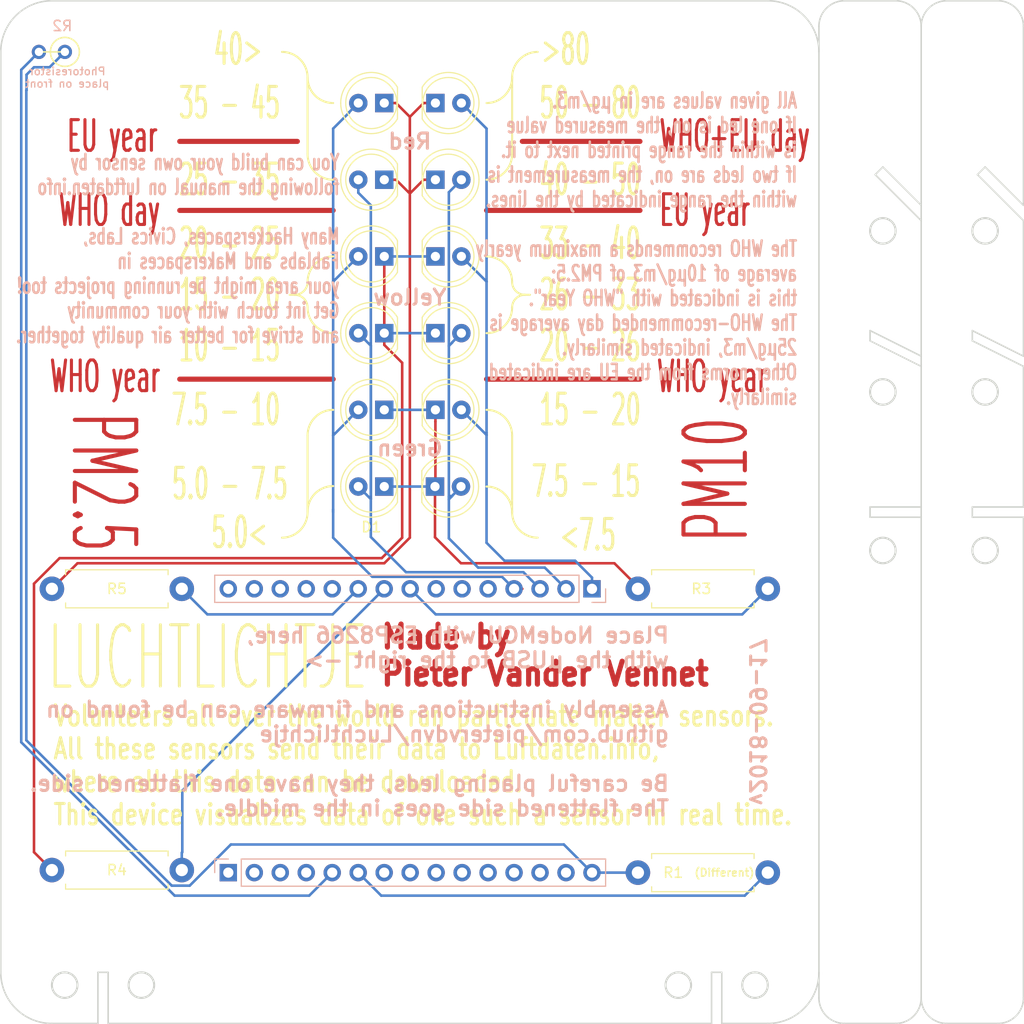
<source format=kicad_pcb>
(kicad_pcb (version 20221018) (generator pcbnew)
  (title_block (title "Luchtlichtje") (date "2018-05-15") (rev "0.1") (company "Pieter Vander Vennet"))
  (layers (0 "F.Cu" signal) (31 "B.Cu" signal) (34 "B.Paste" user) (35 "F.Paste" user) (36 "B.SilkS" user "B.Silkscreen") (37 "F.SilkS" user "F.Silkscreen") (38 "B.Mask" user) (39 "F.Mask" user) (44 "Edge.Cuts" user))
  (net 0 "")
  (net 1 "Net-(D1-Pad1)")
  (net 2 "/Arr1_High")
  (net 3 "/Arr1_Low")
  (net 4 "/Arr2_High")
  (net 5 "/Arr2_Low")
  (net 6 "Net-(D10-Pad1)")
  (net 7 "Net-(D11-Pad1)")
  (net 8 "Net-(ESP_D1-Pad5)")
  (net 9 "/3V")
  (net 10 "/GND")
  (net 11 "/Green_Control")
  (net 12 "/Yellow_Control")
  (net 13 "/Red_Control")
  (net 14 "Net-(ESP_D1-Pad11)")
  (net 15 "Net-(ESP_D1-Pad12)")
  (net 16 "Net-(ESP_D1-Pad13)")
  (net 17 "Net-(ESP_D1-Pad14)")
  (net 18 "Net-(ESP_D1-Pad15)")
  (net 19 "Net-(ESP_D2-Pad1)")
  (net 20 "Net-(ESP_D2-Pad2)")
  (net 21 "Net-(ESP_D2-Pad3)")
  (net 22 "Net-(ESP_D2-Pad4)")
  (net 23 "Net-(ESP_D2-Pad7)")
  (net 24 "Net-(ESP_D2-Pad8)")
  (net 25 "Net-(ESP_D2-Pad9)")
  (net 26 "Net-(ESP_D2-Pad10)")
  (net 27 "Net-(ESP_D2-Pad11)")
  (net 28 "Net-(ESP_D2-Pad12)")
  (net 29 "Net-(ESP_D2-Pad13)")
  (net 30 "Net-(ESP_D2-Pad14)")
  (net 31 "/Brightness_Input")
  (net 32 "Net-(ESP_D1-Pad6)")
  (net 33 "Net-(ESP_D1-Pad7)")
  (footprint "LEDs:LED_D5.0mm" (layer "F.Cu") (at 85 90 180)
    (fp_text reference "D2" hide)
    (fp_text value "GREEN")
    (fp_line (start -1.29 -1.545) (end -1.29 1.545) (stroke (width 0.12)) (layer "F.SilkS"))
    (fp_arc (start -1.29 -1.54483) (mid 2.072002 -2.880433) (end 4.26 0.000462) (stroke (width 0.12)) (layer "F.SilkS"))
    (fp_arc (start 4.26 -0.000462) (mid 2.072002 2.880433) (end -1.29 1.54483) (stroke (width 0.12)) (layer "F.SilkS"))
    (fp_circle (center 1.27 0) (end 3.77 0) (stroke (width 0.12)) (fill none) (layer "F.SilkS"))
    (pad "1" thru_hole rect (at 0 0 180) (size 1.8 1.8) (drill 0.9) (layers "*.Cu" "*.Mask") (net 1 "Net-(D1-Pad1)"))
    (pad "2" thru_hole circle (at 2.54 0 180) (size 1.8 1.8) (drill 0.9) (layers "*.Cu" "*.Mask") (net 3 "/Arr1_Low"))
  )
  (footprint "LEDs:LED_D5.0mm" (layer "F.Cu") (at 85 82.5 180)
    (fp_text reference "D3" hide)
    (fp_text value "YELLOW")
    (fp_line (start -1.29 -1.545) (end -1.29 1.545) (stroke (width 0.12)) (layer "F.SilkS"))
    (fp_arc (start -1.29 -1.54483) (mid 2.072002 -2.880433) (end 4.26 0.000462) (stroke (width 0.12)) (layer "F.SilkS"))
    (fp_arc (start 4.26 -0.000462) (mid 2.072002 2.880433) (end -1.29 1.54483) (stroke (width 0.12)) (layer "F.SilkS"))
    (fp_circle (center 1.27 0) (end 3.77 0) (stroke (width 0.12)) (fill none) (layer "F.SilkS"))
    (pad "1" thru_hole rect (at 0 0 180) (size 1.8 1.8) (drill 0.9) (layers "*.Cu" "*.Mask") (net 6 "Net-(D10-Pad1)"))
    (pad "2" thru_hole circle (at 2.54 0 180) (size 1.8 1.8) (drill 0.9) (layers "*.Cu" "*.Mask") (net 2 "/Arr1_High"))
  )
  (footprint "LEDs:LED_D5.0mm" (layer "F.Cu") (at 85 75 180)
    (fp_text reference "D4" hide)
    (fp_text value "YELLOW")
    (fp_line (start -1.29 -1.545) (end -1.29 1.545) (stroke (width 0.12)) (layer "F.SilkS"))
    (fp_arc (start -1.29 -1.54483) (mid 2.072002 -2.880433) (end 4.26 0.000462) (stroke (width 0.12)) (layer "F.SilkS"))
    (fp_arc (start 4.26 -0.000462) (mid 2.072002 2.880433) (end -1.29 1.54483) (stroke (width 0.12)) (layer "F.SilkS"))
    (fp_circle (center 1.27 0) (end 3.77 0) (stroke (width 0.12)) (fill none) (layer "F.SilkS"))
    (pad "1" thru_hole rect (at 0 0 180) (size 1.8 1.8) (drill 0.9) (layers "*.Cu" "*.Mask") (net 6 "Net-(D10-Pad1)"))
    (pad "2" thru_hole circle (at 2.54 0 180) (size 1.8 1.8) (drill 0.9) (layers "*.Cu" "*.Mask") (net 3 "/Arr1_Low"))
  )
  (footprint "LEDs:LED_D5.0mm" (layer "F.Cu") (at 85 67.5 180)
    (fp_text reference "D5" hide)
    (fp_text value "RED")
    (fp_line (start -1.29 -1.545) (end -1.29 1.545) (stroke (width 0.12)) (layer "F.SilkS"))
    (fp_arc (start -1.29 -1.54483) (mid 2.072002 -2.880433) (end 4.26 0.000462) (stroke (width 0.12)) (layer "F.SilkS"))
    (fp_arc (start 4.26 -0.000462) (mid 2.072002 2.880433) (end -1.29 1.54483) (stroke (width 0.12)) (layer "F.SilkS"))
    (fp_circle (center 1.27 0) (end 3.77 0) (stroke (width 0.12)) (fill none) (layer "F.SilkS"))
    (pad "1" thru_hole rect (at 0 0 180) (size 1.8 1.8) (drill 0.9) (layers "*.Cu" "*.Mask") (net 7 "Net-(D11-Pad1)"))
    (pad "2" thru_hole circle (at 2.54 0 180) (size 1.8 1.8) (drill 0.9) (layers "*.Cu" "*.Mask") (net 2 "/Arr1_High"))
  )
  (footprint "LEDs:LED_D5.0mm" (layer "F.Cu") (at 85 60 180)
    (fp_text reference "D6" hide)
    (fp_text value "RED")
    (fp_line (start -1.29 -1.545) (end -1.29 1.545) (stroke (width 0.12)) (layer "F.SilkS"))
    (fp_arc (start -1.29 -1.54483) (mid 2.072002 -2.880433) (end 4.26 0.000462) (stroke (width 0.12)) (layer "F.SilkS"))
    (fp_arc (start 4.26 -0.000462) (mid 2.072002 2.880433) (end -1.29 1.54483) (stroke (width 0.12)) (layer "F.SilkS"))
    (fp_circle (center 1.27 0) (end 3.77 0) (stroke (width 0.12)) (fill none) (layer "F.SilkS"))
    (pad "1" thru_hole rect (at 0 0 180) (size 1.8 1.8) (drill 0.9) (layers "*.Cu" "*.Mask") (net 7 "Net-(D11-Pad1)"))
    (pad "2" thru_hole circle (at 2.54 0 180) (size 1.8 1.8) (drill 0.9) (layers "*.Cu" "*.Mask") (net 3 "/Arr1_Low"))
  )
  (footprint "LEDs:LED_D5.0mm" (layer "F.Cu") (at 89.96 97.5)
    (fp_text reference "D7" hide)
    (fp_text value "GREEN")
    (fp_line (start -1.29 -1.545) (end -1.29 1.545) (stroke (width 0.12)) (layer "F.SilkS"))
    (fp_arc (start -1.29 -1.54483) (mid 2.072002 -2.880433) (end 4.26 0.000462) (stroke (width 0.12)) (layer "F.SilkS"))
    (fp_arc (start 4.26 -0.000462) (mid 2.072002 2.880433) (end -1.29 1.54483) (stroke (width 0.12)) (layer "F.SilkS"))
    (fp_circle (center 1.27 0) (end 3.77 0) (stroke (width 0.12)) (fill none) (layer "F.SilkS"))
    (pad "1" thru_hole rect (at 0 0) (size 1.8 1.8) (drill 0.9) (layers "*.Cu" "*.Mask") (net 1 "Net-(D1-Pad1)"))
    (pad "2" thru_hole circle (at 2.54 0) (size 1.8 1.8) (drill 0.9) (layers "*.Cu" "*.Mask") (net 4 "/Arr2_High"))
  )
  (footprint "LEDs:LED_D5.0mm" (layer "F.Cu") (at 90 90)
    (fp_text reference "D8" hide)
    (fp_text value "GREEN")
    (fp_line (start -1.29 -1.545) (end -1.29 1.545) (stroke (width 0.12)) (layer "F.SilkS"))
    (fp_arc (start -1.29 -1.54483) (mid 2.072002 -2.880433) (end 4.26 0.000462) (stroke (width 0.12)) (layer "F.SilkS"))
    (fp_arc (start 4.26 -0.000462) (mid 2.072002 2.880433) (end -1.29 1.54483) (stroke (width 0.12)) (layer "F.SilkS"))
    (fp_circle (center 1.27 0) (end 3.77 0) (stroke (width 0.12)) (fill none) (layer "F.SilkS"))
    (pad "1" thru_hole rect (at 0 0) (size 1.8 1.8) (drill 0.9) (layers "*.Cu" "*.Mask") (net 1 "Net-(D1-Pad1)"))
    (pad "2" thru_hole circle (at 2.54 0) (size 1.8 1.8) (drill 0.9) (layers "*.Cu" "*.Mask") (net 5 "/Arr2_Low"))
  )
  (footprint "LEDs:LED_D5.0mm" (layer "F.Cu") (at 90 82.5)
    (fp_text reference "D9" hide)
    (fp_text value "YELLOW")
    (fp_line (start -1.29 -1.545) (end -1.29 1.545) (stroke (width 0.12)) (layer "F.SilkS"))
    (fp_arc (start -1.29 -1.54483) (mid 2.072002 -2.880433) (end 4.26 0.000462) (stroke (width 0.12)) (layer "F.SilkS"))
    (fp_arc (start 4.26 -0.000462) (mid 2.072002 2.880433) (end -1.29 1.54483) (stroke (width 0.12)) (layer "F.SilkS"))
    (fp_circle (center 1.27 0) (end 3.77 0) (stroke (width 0.12)) (fill none) (layer "F.SilkS"))
    (pad "1" thru_hole rect (at 0 0) (size 1.8 1.8) (drill 0.9) (layers "*.Cu" "*.Mask") (net 6 "Net-(D10-Pad1)"))
    (pad "2" thru_hole circle (at 2.54 0) (size 1.8 1.8) (drill 0.9) (layers "*.Cu" "*.Mask") (net 4 "/Arr2_High"))
  )
  (footprint "LEDs:LED_D5.0mm" (layer "F.Cu") (at 90 75)
    (fp_text reference "D10" hide)
    (fp_text value "YELLOW")
    (fp_line (start -1.29 -1.545) (end -1.29 1.545) (stroke (width 0.12)) (layer "F.SilkS"))
    (fp_arc (start -1.29 -1.54483) (mid 2.072002 -2.880433) (end 4.26 0.000462) (stroke (width 0.12)) (layer "F.SilkS"))
    (fp_arc (start 4.26 -0.000462) (mid 2.072002 2.880433) (end -1.29 1.54483) (stroke (width 0.12)) (layer "F.SilkS"))
    (fp_circle (center 1.27 0) (end 3.77 0) (stroke (width 0.12)) (fill none) (layer "F.SilkS"))
    (pad "1" thru_hole rect (at 0 0) (size 1.8 1.8) (drill 0.9) (layers "*.Cu" "*.Mask") (net 6 "Net-(D10-Pad1)"))
    (pad "2" thru_hole circle (at 2.54 0) (size 1.8 1.8) (drill 0.9) (layers "*.Cu" "*.Mask") (net 5 "/Arr2_Low"))
  )
  (footprint "LEDs:LED_D5.0mm" (layer "F.Cu") (at 90 67.5)
    (fp_text reference "D11" hide)
    (fp_text value "RED")
    (fp_line (start -1.29 -1.545) (end -1.29 1.545) (stroke (width 0.12)) (layer "F.SilkS"))
    (fp_arc (start -1.29 -1.54483) (mid 2.072002 -2.880433) (end 4.26 0.000462) (stroke (width 0.12)) (layer "F.SilkS"))
    (fp_arc (start 4.26 -0.000462) (mid 2.072002 2.880433) (end -1.29 1.54483) (stroke (width 0.12)) (layer "F.SilkS"))
    (fp_circle (center 1.27 0) (end 3.77 0) (stroke (width 0.12)) (fill none) (layer "F.SilkS"))
    (pad "1" thru_hole rect (at 0 0) (size 1.8 1.8) (drill 0.9) (layers "*.Cu" "*.Mask") (net 7 "Net-(D11-Pad1)"))
    (pad "2" thru_hole circle (at 2.54 0) (size 1.8 1.8) (drill 0.9) (layers "*.Cu" "*.Mask") (net 4 "/Arr2_High"))
  )
  (footprint "LEDs:LED_D5.0mm" (layer "F.Cu") (at 90 60)
    (fp_text reference "D12" hide)
    (fp_text value "RED")
    (fp_line (start -1.29 -1.545) (end -1.29 1.545) (stroke (width 0.12)) (layer "F.SilkS"))
    (fp_arc (start -1.29 -1.54483) (mid 2.072002 -2.880433) (end 4.26 0.000462) (stroke (width 0.12)) (layer "F.SilkS"))
    (fp_arc (start 4.26 -0.000462) (mid 2.072002 2.880433) (end -1.29 1.54483) (stroke (width 0.12)) (layer "F.SilkS"))
    (fp_circle (center 1.27 0) (end 3.77 0) (stroke (width 0.12)) (fill none) (layer "F.SilkS"))
    (pad "1" thru_hole rect (at 0 0) (size 1.8 1.8) (drill 0.9) (layers "*.Cu" "*.Mask") (net 7 "Net-(D11-Pad1)"))
    (pad "2" thru_hole circle (at 2.54 0) (size 1.8 1.8) (drill 0.9) (layers "*.Cu" "*.Mask") (net 5 "/Arr2_Low"))
  )
  (footprint "LEDs:LED_D5.0mm" (layer "F.Cu") (at 85 97.5 180)
    (fp_text reference "D1" (at 1.27 -3.96 180) (layer "F.SilkS"))
    (fp_text value "GREEN")
    (fp_line (start -1.29 -1.545) (end -1.29 1.545) (stroke (width 0.12)) (layer "F.SilkS"))
    (fp_arc (start -1.29 -1.54483) (mid 2.072002 -2.880433) (end 4.26 0.000462) (stroke (width 0.12)) (layer "F.SilkS"))
    (fp_arc (start 4.26 -0.000462) (mid 2.072002 2.880433) (end -1.29 1.54483) (stroke (width 0.12)) (layer "F.SilkS"))
    (fp_circle (center 1.27 0) (end 3.77 0) (stroke (width 0.12)) (fill none) (layer "F.SilkS"))
    (pad "1" thru_hole rect (at 0 0 180) (size 1.8 1.8) (drill 0.9) (layers "*.Cu" "*.Mask") (net 1 "Net-(D1-Pad1)"))
    (pad "2" thru_hole circle (at 2.54 0 180) (size 1.8 1.8) (drill 0.9) (layers "*.Cu" "*.Mask") (net 2 "/Arr1_High"))
  )
  (footprint "Discret:R1" (layer "F.Cu") (at 52.5 55 180)
    (fp_text reference "R2" (at -1.016 2.54 180) (layer "B.SilkS") (effects (justify mirror)))
    (fp_text value "R_PHOTO")
    (fp_line (start -1.27 0) (end 1.27 0) (stroke (width 0.15)) (layer "F.SilkS"))
    (fp_circle (center -1.27 0) (end -0.635 1.27) (stroke (width 0.15)) (fill none) (layer "F.SilkS"))
    (pad "1" thru_hole circle (at -1.27 0 180) (size 1.397 1.397) (drill 0.8128) (layers "*.Cu" "*.Mask") (net 31 "/Brightness_Input"))
    (pad "2" thru_hole circle (at 1.27 0 180) (size 1.397 1.397) (drill 0.8128) (layers "*.Cu" "*.Mask") (net 9 "/3V"))
  )
  (footprint "Resistors_THT:R_Axial_DIN0411_L9.9mm_D3.6mm_P12.70mm_Horizontal" (layer "F.Cu") (at 109.8 107.5)
    (fp_text reference "R3" (at 6.2 0) (layer "F.SilkS"))
    (fp_text value "220")
    (fp_line (start 1.34 -1.86) (end 11.36 -1.86) (stroke (width 0.12)) (layer "F.SilkS"))
    (fp_line (start 1.34 -1.38) (end 1.34 -1.86) (stroke (width 0.12)) (layer "F.SilkS"))
    (fp_line (start 1.34 1.38) (end 1.34 1.86) (stroke (width 0.12)) (layer "F.SilkS"))
    (fp_line (start 1.34 1.86) (end 11.36 1.86) (stroke (width 0.12)) (layer "F.SilkS"))
    (fp_line (start 11.36 -1.86) (end 11.36 -1.38) (stroke (width 0.12)) (layer "F.SilkS"))
    (fp_line (start 11.36 1.86) (end 11.36 1.38) (stroke (width 0.12)) (layer "F.SilkS"))
    (pad "1" thru_hole circle (at 0 0) (size 2.4 2.4) (drill 1.2) (layers "*.Cu" "*.Mask") (net 1 "Net-(D1-Pad1)"))
    (pad "2" thru_hole oval (at 12.7 0) (size 2.4 2.4) (drill 1.2) (layers "*.Cu" "*.Mask") (net 11 "/Green_Control"))
  )
  (footprint "Resistors_THT:R_Axial_DIN0411_L9.9mm_D3.6mm_P12.70mm_Horizontal" (layer "F.Cu") (at 52.5 135)
    (fp_text reference "R4" (at 6.35 0) (layer "F.SilkS"))
    (fp_text value "220")
    (fp_line (start 1.34 -1.86) (end 11.36 -1.86) (stroke (width 0.12)) (layer "F.SilkS"))
    (fp_line (start 1.34 -1.38) (end 1.34 -1.86) (stroke (width 0.12)) (layer "F.SilkS"))
    (fp_line (start 1.34 1.38) (end 1.34 1.86) (stroke (width 0.12)) (layer "F.SilkS"))
    (fp_line (start 1.34 1.86) (end 11.36 1.86) (stroke (width 0.12)) (layer "F.SilkS"))
    (fp_line (start 11.36 -1.86) (end 11.36 -1.38) (stroke (width 0.12)) (layer "F.SilkS"))
    (fp_line (start 11.36 1.86) (end 11.36 1.38) (stroke (width 0.12)) (layer "F.SilkS"))
    (pad "1" thru_hole circle (at 0 0) (size 2.4 2.4) (drill 1.2) (layers "*.Cu" "*.Mask") (net 6 "Net-(D10-Pad1)"))
    (pad "2" thru_hole oval (at 12.7 0) (size 2.4 2.4) (drill 1.2) (layers "*.Cu" "*.Mask") (net 12 "/Yellow_Control"))
  )
  (footprint "Resistors_THT:R_Axial_DIN0411_L9.9mm_D3.6mm_P12.70mm_Horizontal" (layer "F.Cu") (at 52.5 107.5)
    (fp_text reference "R5" (at 6.35 0) (layer "F.SilkS"))
    (fp_text value "220")
    (fp_line (start 1.34 -1.86) (end 11.36 -1.86) (stroke (width 0.12)) (layer "F.SilkS"))
    (fp_line (start 1.34 -1.38) (end 1.34 -1.86) (stroke (width 0.12)) (layer "F.SilkS"))
    (fp_line (start 1.34 1.38) (end 1.34 1.86) (stroke (width 0.12)) (layer "F.SilkS"))
    (fp_line (start 1.34 1.86) (end 11.36 1.86) (stroke (width 0.12)) (layer "F.SilkS"))
    (fp_line (start 11.36 -1.86) (end 11.36 -1.38) (stroke (width 0.12)) (layer "F.SilkS"))
    (fp_line (start 11.36 1.86) (end 11.36 1.38) (stroke (width 0.12)) (layer "F.SilkS"))
    (pad "1" thru_hole circle (at 0 0) (size 2.4 2.4) (drill 1.2) (layers "*.Cu" "*.Mask") (net 7 "Net-(D11-Pad1)"))
    (pad "2" thru_hole oval (at 12.7 0) (size 2.4 2.4) (drill 1.2) (layers "*.Cu" "*.Mask") (net 13 "/Red_Control"))
  )
  (footprint "Resistors_THT:R_Axial_DIN0411_L9.9mm_D3.6mm_P12.70mm_Horizontal" (layer "F.Cu") (at 122.5 135.25 180)
    (fp_text reference "R1" (at 9.25 0 180) (layer "F.SilkS"))
    (fp_text value "R")
    (fp_line (start 1.34 -1.86) (end 11.36 -1.86) (stroke (width 0.12)) (layer "F.SilkS"))
    (fp_line (start 1.34 -1.38) (end 1.34 -1.86) (stroke (width 0.12)) (layer "F.SilkS"))
    (fp_line (start 1.34 1.38) (end 1.34 1.86) (stroke (width 0.12)) (layer "F.SilkS"))
    (fp_line (start 1.34 1.86) (end 11.36 1.86) (stroke (width 0.12)) (layer "F.SilkS"))
    (fp_line (start 11.36 -1.86) (end 11.36 -1.38) (stroke (width 0.12)) (layer "F.SilkS"))
    (fp_line (start 11.36 1.86) (end 11.36 1.38) (stroke (width 0.12)) (layer "F.SilkS"))
    (pad "1" thru_hole circle (at 0 0 180) (size 2.4 2.4) (drill 1.2) (layers "*.Cu" "*.Mask") (net 10 "/GND"))
    (pad "2" thru_hole oval (at 12.7 0 180) (size 2.4 2.4) (drill 1.2) (layers "*.Cu" "*.Mask") (net 31 "/Brightness_Input"))
  )
  (footprint "Socket_Strips:Socket_Strip_Straight_1x15_Pitch2.54mm" (layer "B.Cu") (at 105.31 107.5 90)
    (fp_text reference "ESP_D1" hide)
    (fp_text value "CONN_01X15")
    (fp_line (start -1.33 -36.89) (end 1.33 -36.89) (stroke (width 0.12)) (layer "B.SilkS"))
    (fp_line (start -1.33 -1.27) (end -1.33 -36.89) (stroke (width 0.12)) (layer "B.SilkS"))
    (fp_line (start -1.33 0) (end -1.33 1.33) (stroke (width 0.12)) (layer "B.SilkS"))
    (fp_line (start -1.33 1.33) (end 0 1.33) (stroke (width 0.12)) (layer "B.SilkS"))
    (fp_line (start 1.33 -36.89) (end 1.33 -1.27) (stroke (width 0.12)) (layer "B.SilkS"))
    (fp_line (start 1.33 -1.27) (end -1.33 -1.27) (stroke (width 0.12)) (layer "B.SilkS"))
    (pad "1" thru_hole rect locked (at 0 0 90) (size 1.7 1.7) (drill 1) (layers "*.Cu" "*.Mask") (net 5 "/Arr2_Low"))
    (pad "2" thru_hole oval locked (at 0 -2.54 90) (size 1.7 1.7) (drill 1) (layers "*.Cu" "*.Mask") (net 4 "/Arr2_High"))
    (pad "3" thru_hole oval locked (at 0 -5.08 90) (size 1.7 1.7) (drill 1) (layers "*.Cu" "*.Mask") (net 2 "/Arr1_High"))
    (pad "4" thru_hole oval locked (at 0 -7.62 90) (size 1.7 1.7) (drill 1) (layers "*.Cu" "*.Mask") (net 3 "/Arr1_Low"))
    (pad "5" thru_hole oval locked (at 0 -10.16 90) (size 1.7 1.7) (drill 1) (layers "*.Cu" "*.Mask") (net 8 "Net-(ESP_D1-Pad5)"))
    (pad "6" thru_hole oval locked (at 0 -12.7 90) (size 1.7 1.7) (drill 1) (layers "*.Cu" "*.Mask") (net 32 "Net-(ESP_D1-Pad6)"))
    (pad "7" thru_hole oval locked (at 0 -15.24 90) (size 1.7 1.7) (drill 1) (layers "*.Cu" "*.Mask") (net 33 "Net-(ESP_D1-Pad7)"))
    (pad "8" thru_hole oval locked (at 0 -17.78 90) (size 1.7 1.7) (drill 1) (layers "*.Cu" "*.Mask") (net 11 "/Green_Control"))
    (pad "9" thru_hole oval locked (at 0 -20.32 90) (size 1.7 1.7) (drill 1) (layers "*.Cu" "*.Mask") (net 12 "/Yellow_Control"))
    (pad "10" thru_hole oval locked (at 0 -22.86 90) (size 1.7 1.7) (drill 1) (layers "*.Cu" "*.Mask") (net 13 "/Red_Control"))
    (pad "11" thru_hole oval locked (at 0 -25.4 90) (size 1.7 1.7) (drill 1) (layers "*.Cu" "*.Mask") (net 14 "Net-(ESP_D1-Pad11)"))
    (pad "12" thru_hole oval locked (at 0 -27.94 90) (size 1.7 1.7) (drill 1) (layers "*.Cu" "*.Mask") (net 15 "Net-(ESP_D1-Pad12)"))
    (pad "13" thru_hole oval locked (at 0 -30.48 90) (size 1.7 1.7) (drill 1) (layers "*.Cu" "*.Mask") (net 16 "Net-(ESP_D1-Pad13)"))
    (pad "14" thru_hole oval locked (at 0 -33.02 90) (size 1.7 1.7) (drill 1) (layers "*.Cu" "*.Mask") (net 17 "Net-(ESP_D1-Pad14)"))
    (pad "15" thru_hole oval locked (at 0 -35.56 90) (size 1.7 1.7) (drill 1) (layers "*.Cu" "*.Mask") (net 18 "Net-(ESP_D1-Pad15)"))
  )
  (footprint "Socket_Strips:Socket_Strip_Straight_1x15_Pitch2.54mm" (layer "B.Cu") (at 69.75 135.25 -90)
    (fp_text reference "ESP_D2" hide)
    (fp_text value "CONN_01X15")
    (fp_line (start -1.33 -36.89) (end 1.33 -36.89) (stroke (width 0.12)) (layer "B.SilkS"))
    (fp_line (start -1.33 -1.27) (end -1.33 -36.89) (stroke (width 0.12)) (layer "B.SilkS"))
    (fp_line (start -1.33 0) (end -1.33 1.33) (stroke (width 0.12)) (layer "B.SilkS"))
    (fp_line (start -1.33 1.33) (end 0 1.33) (stroke (width 0.12)) (layer "B.SilkS"))
    (fp_line (start 1.33 -36.89) (end 1.33 -1.27) (stroke (width 0.12)) (layer "B.SilkS"))
    (fp_line (start 1.33 -1.27) (end -1.33 -1.27) (stroke (width 0.12)) (layer "B.SilkS"))
    (pad "1" thru_hole rect locked (at 0 0 270) (size 1.7 1.7) (drill 1) (layers "*.Cu" "*.Mask") (net 19 "Net-(ESP_D2-Pad1)"))
    (pad "2" thru_hole oval locked (at 0 -2.54 270) (size 1.7 1.7) (drill 1) (layers "*.Cu" "*.Mask") (net 20 "Net-(ESP_D2-Pad2)"))
    (pad "3" thru_hole oval locked (at 0 -5.08 270) (size 1.7 1.7) (drill 1) (layers "*.Cu" "*.Mask") (net 21 "Net-(ESP_D2-Pad3)"))
    (pad "4" thru_hole oval locked (at 0 -7.62 270) (size 1.7 1.7) (drill 1) (layers "*.Cu" "*.Mask") (net 22 "Net-(ESP_D2-Pad4)"))
    (pad "5" thru_hole oval locked (at 0 -10.16 270) (size 1.7 1.7) (drill 1) (layers "*.Cu" "*.Mask") (net 9 "/3V"))
    (pad "6" thru_hole oval locked (at 0 -12.7 270) (size 1.7 1.7) (drill 1) (layers "*.Cu" "*.Mask") (net 10 "/GND"))
    (pad "7" thru_hole oval locked (at 0 -15.24 270) (size 1.7 1.7) (drill 1) (layers "*.Cu" "*.Mask") (net 23 "Net-(ESP_D2-Pad7)"))
    (pad "8" thru_hole oval locked (at 0 -17.78 270) (size 1.7 1.7) (drill 1) (layers "*.Cu" "*.Mask") (net 24 "Net-(ESP_D2-Pad8)"))
    (pad "9" thru_hole oval locked (at 0 -20.32 270) (size 1.7 1.7) (drill 1) (layers "*.Cu" "*.Mask") (net 25 "Net-(ESP_D2-Pad9)"))
    (pad "10" thru_hole oval locked (at 0 -22.86 270) (size 1.7 1.7) (drill 1) (layers "*.Cu" "*.Mask") (net 26 "Net-(ESP_D2-Pad10)"))
    (pad "11" thru_hole oval locked (at 0 -25.4 270) (size 1.7 1.7) (drill 1) (layers "*.Cu" "*.Mask") (net 27 "Net-(ESP_D2-Pad11)"))
    (pad "12" thru_hole oval locked (at 0 -27.94 270) (size 1.7 1.7) (drill 1) (layers "*.Cu" "*.Mask") (net 28 "Net-(ESP_D2-Pad12)"))
    (pad "13" thru_hole oval locked (at 0 -30.48 270) (size 1.7 1.7) (drill 1) (layers "*.Cu" "*.Mask") (net 29 "Net-(ESP_D2-Pad13)"))
    (pad "14" thru_hole oval locked (at 0 -33.02 270) (size 1.7 1.7) (drill 1) (layers "*.Cu" "*.Mask") (net 30 "Net-(ESP_D2-Pad14)"))
    (pad "15" thru_hole oval locked (at 0 -35.56 270) (size 1.7 1.7) (drill 1) (layers "*.Cu" "*.Mask") (net 31 "/Brightness_Input"))
  )
  (gr_arc (start 95 75) (mid 96.767767 75.732233) (end 97.5 77.5) (stroke (width 0.2)) (layer "F.SilkS"))
  (gr_arc (start 97.5 80) (mid 96.767767 81.767767) (end 95 82.5) (stroke (width 0.2)) (layer "F.SilkS"))
  (gr_arc (start 97.5 65) (mid 96.767767 66.767767) (end 95 67.5) (stroke (width 0.2)) (layer "F.SilkS"))
  (gr_arc (start 97.5 57.5) (mid 96.767767 59.267767) (end 95 60) (stroke (width 0.2)) (layer "F.SilkS"))
  (gr_arc (start 97.5 57.5) (mid 98.232233 55.732233) (end 100 55) (stroke (width 0.2)) (layer "F.SilkS"))
  (gr_arc (start 80 60) (mid 78.232233 59.267767) (end 77.5 57.5) (stroke (width 0.2)) (layer "F.SilkS"))
  (gr_arc (start 75 55) (mid 76.767767 55.732233) (end 77.5 57.5) (stroke (width 0.2)) (layer "F.SilkS"))
  (gr_line (start 77.5 65) (end 77.5 57.5) (stroke (width 0.2)) (layer "F.SilkS"))
  (gr_arc (start 80 67.5) (mid 78.232233 66.767767) (end 77.5 65) (stroke (width 0.2)) (layer "F.SilkS"))
  (gr_arc (start 77.5 100) (mid 76.767767 101.767767) (end 75 102.5) (stroke (width 0.2)) (layer "F.SilkS"))
  (gr_arc (start 77.5 92.5) (mid 78.232233 90.732233) (end 80 90) (stroke (width 0.2)) (layer "F.SilkS"))
  (gr_arc (start 77.5 99.953478) (mid 78.232233 98.185711) (end 80 97.453478) (stroke (width 0.2)) (layer "F.SilkS"))
  (gr_line (start 77.5 100) (end 77.5 92.5) (stroke (width 0.2)) (layer "F.SilkS"))
  (gr_arc (start 77.5 77.5) (mid 78.232233 75.732233) (end 80 75) (stroke (width 0.2)) (layer "F.SilkS"))
  (gr_arc (start 80 82.5) (mid 78.232233 81.767767) (end 77.5 80) (stroke (width 0.2)) (layer "F.SilkS"))
  (gr_arc (start 76.25 78.75) (mid 77.133883 79.116117) (end 77.5 80) (stroke (width 0.2)) (layer "F.SilkS"))
  (gr_arc (start 77.5 77.5) (mid 77.133883 78.383883) (end 76.25 78.75) (stroke (width 0.2)) (layer "F.SilkS"))
  (gr_line (start 76.25 78.75) (end 75.75 78.75) (stroke (width 0.2)) (layer "F.SilkS"))
  (gr_arc (start 95 97.5) (mid 96.767767 98.232233) (end 97.5 100) (stroke (width 0.2)) (layer "F.SilkS"))
  (gr_arc (start 97.5 80) (mid 97.866117 79.116117) (end 98.75 78.75) (stroke (width 0.2)) (layer "F.SilkS"))
  (gr_arc (start 100 102.5) (mid 98.232233 101.767767) (end 97.5 100) (stroke (width 0.2)) (layer "F.SilkS"))
  (gr_line (start 98.75 78.75) (end 99.25 78.75) (stroke (width 0.2)) (layer "F.SilkS"))
  (gr_arc (start 95 90) (mid 96.767767 90.732233) (end 97.5 92.5) (stroke (width 0.2)) (layer "F.SilkS"))
  (gr_arc (start 98.75 78.75) (mid 97.866117 78.383883) (end 97.5 77.5) (stroke (width 0.2)) (layer "F.SilkS"))
  (gr_line (start 97.5 57.5) (end 97.5 65) (stroke (width 0.2)) (layer "F.SilkS"))
  (gr_line (start 97.5 92.5) (end 97.5 100) (stroke (width 0.2)) (layer "F.SilkS"))
  (gr_line (start 118 145) (end 118 150) (stroke (width 0.15)) (layer "Edge.Cuts"))
  (gr_line (start 117 150) (end 117 145) (stroke (width 0.15)) (layer "Edge.Cuts"))
  (gr_line (start 117 145) (end 118 145) (stroke (width 0.15)) (layer "Edge.Cuts"))
  (gr_line (start 142.5 100.5) (end 142.5 99.5) (stroke (width 0.15)) (layer "Edge.Cuts"))
  (gr_line (start 142.5 99.5) (end 147.5 99.5) (stroke (width 0.15)) (layer "Edge.Cuts"))
  (gr_line (start 147.5 100.5) (end 142.5 100.5) (stroke (width 0.15)) (layer "Edge.Cuts"))
  (gr_line (start 137.5 52.5) (end 137.5 147.5) (stroke (width 0.15)) (layer "Edge.Cuts"))
  (gr_line (start 142.5 83.25) (end 142.5 82.25) (stroke (width 0.15)) (layer "Edge.Cuts"))
  (gr_line (start 147.5 84.75) (end 142.5 82.25) (stroke (width 0.15)) (layer "Edge.Cuts"))
  (gr_line (start 147.5 85.75) (end 142.5 83.25) (stroke (width 0.15)) (layer "Edge.Cuts"))
  (gr_line (start 147.5 70) (end 143.75 66.25) (stroke (width 0.15)) (layer "Edge.Cuts"))
  (gr_line (start 143.75 66.25) (end 143 67) (stroke (width 0.15)) (layer "Edge.Cuts"))
  (gr_line (start 143 67) (end 147.5 71.5) (stroke (width 0.15)) (layer "Edge.Cuts"))
  (gr_line (start 137.5 100.5) (end 132.5 100.5) (stroke (width 0.15)) (layer "Edge.Cuts"))
  (gr_line (start 133 67) (end 137.5 71.5) (stroke (width 0.15)) (layer "Edge.Cuts"))
  (gr_line (start 132.5 100.5) (end 132.5 99.5) (stroke (width 0.15)) (layer "Edge.Cuts"))
  (gr_line (start 132.5 83.25) (end 132.5 82.25) (stroke (width 0.15)) (layer "Edge.Cuts"))
  (gr_line (start 132.5 99.5) (end 137.5 99.5) (stroke (width 0.15)) (layer "Edge.Cuts"))
  (gr_line (start 137.5 85.75) (end 132.5 83.25) (stroke (width 0.15)) (layer "Edge.Cuts"))
  (gr_line (start 137.5 84.75) (end 132.5 82.25) (stroke (width 0.15)) (layer "Edge.Cuts"))
  (gr_line (start 133.75 66.25) (end 133 67) (stroke (width 0.15)) (layer "Edge.Cuts"))
  (gr_line (start 137.5 70) (end 133.75 66.25) (stroke (width 0.15)) (layer "Edge.Cuts"))
  (gr_circle (center 61.25 146.25) (end 61.25 145) (stroke (width 0.2)) (fill none) (layer "Edge.Cuts"))
  (gr_circle (center 113.75 146.25) (end 113.75 145) (stroke (width 0.2)) (fill none) (layer "Edge.Cuts"))
  (gr_circle (center 121.25 146.25) (end 121.25 145) (stroke (width 0.2)) (fill none) (layer "Edge.Cuts"))
  (gr_circle (center 133.75 103.75) (end 133.75 102.5) (stroke (width 0.2)) (fill none) (layer "Edge.Cuts"))
  (gr_circle (center 133.75 88.25) (end 133.75 87) (stroke (width 0.2)) (fill none) (layer "Edge.Cuts"))
  (gr_circle (center 143.75 103.75) (end 143.75 102.5) (stroke (width 0.2)) (fill none) (layer "Edge.Cuts"))
  (gr_circle (center 143.75 88.25) (end 143.75 87) (stroke (width 0.2)) (fill none) (layer "Edge.Cuts"))
  (gr_circle (center 143.75 72.5) (end 143.75 71.25) (stroke (width 0.2)) (fill none) (layer "Edge.Cuts"))
  (gr_circle (center 133.75 72.5) (end 133.75 71.25) (stroke (width 0.2)) (fill none) (layer "Edge.Cuts"))
  (gr_arc (start 127.5 52.5) (mid 128.232233 50.732233) (end 130 50) (stroke (width 0.15)) (layer "Edge.Cuts"))
  (gr_arc (start 147.5 147.5) (mid 146.767767 149.267767) (end 145 150) (stroke (width 0.15)) (layer "Edge.Cuts"))
  (gr_line (start 127.5 52.5) (end 127.5 147.5) (stroke (width 0.15)) (layer "Edge.Cuts"))
  (gr_line (start 140 150) (end 145 150) (stroke (width 0.15)) (layer "Edge.Cuts"))
  (gr_arc (start 52.5 150) (mid 48.964466 148.535534) (end 47.5 145) (stroke (width 0.15)) (layer "Edge.Cuts"))
  (gr_line (start 58 150) (end 117 150) (stroke (width 0.15)) (layer "Edge.Cuts"))
  (gr_arc (start 130 150) (mid 128.232233 149.267767) (end 127.5 147.5) (stroke (width 0.15)) (layer "Edge.Cuts"))
  (gr_line (start 118 150) (end 122.5 150) (stroke (width 0.15)) (layer "Edge.Cuts"))
  (gr_arc (start 47.5 55) (mid 48.964466 51.464466) (end 52.5 50) (stroke (width 0.15)) (layer "Edge.Cuts"))
  (gr_arc (start 137.5 52.5) (mid 138.232233 50.732233) (end 140 50) (stroke (width 0.15)) (layer "Edge.Cuts"))
  (gr_line (start 130 150) (end 135 150) (stroke (width 0.15)) (layer "Edge.Cuts"))
  (gr_line (start 147.5 99.5) (end 147.5 85.75) (stroke (width 0.15)) (layer "Edge.Cuts"))
  (gr_line (start 140 50) (end 145 50) (stroke (width 0.15)) (layer "Edge.Cuts"))
  (gr_line (start 58 145) (end 58 150) (stroke (width 0.15)) (layer "Edge.Cuts"))
  (gr_arc (start 140 150) (mid 138.232233 149.267767) (end 137.5 147.5) (stroke (width 0.15)) (layer "Edge.Cuts"))
  (gr_line (start 130 50) (end 135 50) (stroke (width 0.15)) (layer "Edge.Cuts"))
  (gr_line (start 57 145) (end 58 145) (stroke (width 0.15)) (layer "Edge.Cuts"))
  (gr_arc (start 127.5 145) (mid 126.035534 148.535534) (end 122.5 150) (stroke (width 0.15)) (layer "Edge.Cuts"))
  (gr_line (start 52.5 150) (end 57 150) (stroke (width 0.15)) (layer "Edge.Cuts"))
  (gr_arc (start 145 50) (mid 146.767767 50.732233) (end 147.5 52.5) (stroke (width 0.15)) (layer "Edge.Cuts"))
  (gr_arc (start 122.5 50) (mid 126.035534 51.464466) (end 127.5 55) (stroke (width 0.15)) (layer "Edge.Cuts"))
  (gr_line (start 122.5 50) (end 52.5 50) (stroke (width 0.15)) (layer "Edge.Cuts"))
  (gr_arc (start 137.5 147.5) (mid 136.767767 149.267767) (end 135 150) (stroke (width 0.15)) (layer "Edge.Cuts"))
  (gr_circle (center 53.75 146.25) (end 53.75 145) (stroke (width 0.2)) (fill none) (layer "Edge.Cuts"))
  (gr_line (start 147.5 70) (end 147.5 52.5) (stroke (width 0.15)) (layer "Edge.Cuts"))
  (gr_line (start 47.5 55) (end 47.5 145) (stroke (width 0.15)) (layer "Edge.Cuts"))
  (gr_line (start 147.5 147.5) (end 147.5 100.5) (stroke (width 0.15)) (layer "Edge.Cuts"))
  (gr_line (start 57 150) (end 57 145) (stroke (width 0.15)) (layer "Edge.Cuts"))
  (gr_arc (start 135 50) (mid 136.767767 50.732233) (end 137.5 52.5) (stroke (width 0.15)) (layer "Edge.Cuts"))
  (gr_line (start 147.5 84.75) (end 147.5 71.5) (stroke (width 0.15)) (layer "Edge.Cuts"))
  (gr_text "WHO year" (at 63.25 86.75) (layer "F.Cu") (effects (font (size 3 1.5) (thickness 0.3)) (justify right)))
  (gr_text "WHO day" (at 63.25 70.5) (layer "F.Cu") (effects (font (size 3 1.5) (thickness 0.3)) (justify right)))
  (gr_text "EU year" (at 63 63.25) (layer "F.Cu") (effects (font (size 3 1.5) (thickness 0.3)) (justify right)))
  (gr_text "WHO+EU day" (at 111.75 63.25) (layer "F.Cu") (effects (font (size 3 1.5) (thickness 0.3)) (justify left)))
  (gr_text "EU year" (at 111.75 70.5) (layer "F.Cu") (effects (font (size 3 1.5) (thickness 0.3)) (justify left)))
  (gr_text "WHO year" (at 111.5 86.75) (layer "F.Cu") (effects (font (size 3 1.5) (thickness 0.3)) (justify left)))
  (gr_text "PM10" (at 117.5 90.5 90) (layer "F.Cu") (effects (font (size 6 3) (thickness 0.4)) (justify right)))
  (gr_text "PM2.5" (at 57.5 90 270) (layer "F.Cu") (effects (font (size 6 3) (thickness 0.4)) (justify left)))
  (gr_text "Made by\nPieter Vander Vennet" (at 84.5 114) (layer "F.Cu") (effects (font (size 2.25 2) (thickness 0.5)) (justify left)))
  (gr_text "You can build your own sensor by\nfollowing the manual on luftdaten.info\n\nMany Hackerspaces, Civics Labs,\nFablabs and Makerspaces in\nyour area might be running projects too!\nGet int touch with your community\nand strive for better air quality together." (at 80.75 74.25) (layer "B.SilkS") (effects (font (size 1.5 1) (thickness 0.25)) (justify left mirror)))
  (gr_text "Red" (at 87.5 63.75) (layer "B.SilkS") (effects (font (size 1.5 1.5) (thickness 0.3)) (justify mirror)))
  (gr_text "Yellow" (at 87.5 79) (layer "B.SilkS") (effects (font (size 1.5 1.5) (thickness 0.3)) (justify mirror)))
  (gr_text "All given values are in µg/m3.\nIf one led is on, the measured value\nis within the range printed next to it.\nIf two leds are on, the measurement is \nwithin the range indicated by the lines.\n\nThe WHO recommends a maximum yearly\naverage of 10µg/m3 of PM2.5; \nthis is indicated with \"WHO Year\". \nThe WHO-recommended day average is \n25µg/m3, indicated similarly.\nOther norms from the EU are indicated\nsimilarly." (at 125.5 74.25) (layer "B.SilkS") (effects (font (size 1.5 1) (thickness 0.25)) (justify left mirror)))
  (gr_text "Place NodeMCU with ESP8266 here, \nwith the µUSB to the right ->\n\nAssembly instructions and firmware can be found on\ngithub.com/pietervdvn/Luchtlichtje\n\nBe careful placing leds, they have one flattened side.\nThe flattened side goes in the middle." (at 113 120.5) (layer "B.SilkS") (effects (font (size 1.5 1.5) (thickness 0.3)) (justify left mirror)))
  (gr_text "Photoresistor\nplace on front" (at 54 57.5) (layer "B.SilkS") (effects (font (size 0.75 0.75) (thickness 0.125)) (justify mirror)))
  (gr_text "v2018-09-17" (at 121.5 120.5 270) (layer "B.SilkS") (effects (font (size 1.5 1.5) (thickness 0.3)) (justify mirror)))
  (gr_text "Green" (at 87.5 93.75) (layer "B.SilkS") (effects (font (size 1.5 1.5) (thickness 0.3)) (justify mirror)))
  (gr_text "15 - 20" (at 100 90) (layer "F.SilkS") (effects (font (size 3 1.5) (thickness 0.3)) (justify left)))
  (gr_text "20 - 26" (at 100 83.75) (layer "F.SilkS") (effects (font (size 3 1.5) (thickness 0.3)) (justify left)))
  (gr_text "26 - 33" (at 100 78.75) (layer "F.SilkS") (effects (font (size 3 1.5) (thickness 0.3)) (justify left)))
  (gr_text "33 - 40" (at 100 73.75) (layer "F.SilkS") (effects (font (size 3 1.5) (thickness 0.3)) (justify left)))
  (gr_text "40 - 50" (at 100 67.5) (layer "F.SilkS") (effects (font (size 3 1.5) (thickness 0.3)) (justify left)))
  (gr_text "50 - 80" (at 100 60) (layer "F.SilkS") (effects (font (size 3 1.5) (thickness 0.3)) (justify left)))
  (gr_text ">80" (at 102.75 54.75) (layer "F.SilkS") (effects (font (size 3 1.5) (thickness 0.3))))
  (gr_text "5.0<" (at 73.75 102) (layer "F.SilkS") (effects (font (size 3 1.5) (thickness 0.3)) (justify right)))
  (gr_text " 5.0 - 7.5" (at 75.75 97.25) (layer "F.SilkS") (effects (font (size 3 1.5) (thickness 0.3)) (justify right)))
  (gr_text "7.5 - 10" (at 75 90) (layer "F.SilkS") (effects (font (size 3 1.5) (thickness 0.3)) (justify right)))
  (gr_text "10 - 15" (at 75 83.75) (layer "F.SilkS") (effects (font (size 3 1.5) (thickness 0.3)) (justify right)))
  (gr_text "15 - 20" (at 75 78.75) (layer "F.SilkS") (effects (font (size 3 1.5) (thickness 0.3)) (justify right)))
  (gr_text "20 - 25" (at 75 73.75) (layer "F.SilkS") (effects (font (size 3 1.5) (thickness 0.3)) (justify right)))
  (gr_text "25 - 35" (at 75 67.5) (layer "F.SilkS") (effects (font (size 3 1.5) (thickness 0.3)) (justify right)))
  (gr_text "35 - 45" (at 75 60) (layer "F.SilkS") (effects (font (size 3 1.5) (thickness 0.3)) (justify right)))
  (gr_text "40>" (at 73.25 54.75) (layer "F.SilkS") (effects (font (size 3 1.5) (thickness 0.3)) (justify right)))
  (gr_text "Volunteers all over the world run particulate matter sensors.\nAll these sensors send their data to Luftdaten.info,\nwhere all this data can be downloaded.\nThis device visualizes data of one such a sensor in real time." (at 52.5 124.75) (layer "F.SilkS") (effects (font (size 2 1.5) (thickness 0.3)) (justify left)))
  (gr_text "7.5 - 15" (at 99.25 97) (layer "F.SilkS") (effects (font (size 3 1.5) (thickness 0.3)) (justify left)))
  (gr_text "LUCHTLICHTJE" (at 67.75 114.25) (layer "F.SilkS") (effects (font (size 6 3) (thickness 0.3))))
  (gr_text "(Different)" (at 115.25 135.25) (layer "F.SilkS") (effects (font (size 0.75 0.75)) (justify left)))
  (gr_text "<7.5" (at 102 102.25) (layer "F.SilkS") (effects (font (size 3 1.5) (thickness 0.3)) (justify left)))
  (segment (start 65 87) (end 80 87) (width 0.5) (layer "F.Cu") (net 0))
  (segment (start 65 70.5) (end 80 70.5) (width 0.5) (layer "F.Cu") (net 0))
  (segment (start 95 70.5) (end 110 70.5) (width 0.5) (layer "F.Cu") (net 0))
  (segment (start 76.5 63.75) (end 65 63.75) (width 0.5) (layer "F.Cu") (net 0))
  (segment (start 95 87) (end 110 87) (width 0.5) (layer "F.Cu") (net 0))
  (segment (start 110 63.75) (end 98.5 63.75) (width 0.5) (layer "F.Cu") (net 0))
  (segment (start 90 91.15) (end 90 97.5) (width 0.25) (layer "F.Cu") (net 1))
  (segment (start 107.5 105) (end 110 107.5) (width 0.25) (layer "F.Cu") (net 1))
  (segment (start 89.96 102.46) (end 92.5 105) (width 0.25) (layer "F.Cu") (net 1))
  (segment (start 90 90) (end 90 91.15) (width 0.25) (layer "F.Cu") (net 1))
  (segment (start 89.96 97.5) (end 89.96 102.46) (width 0.25) (layer "F.Cu") (net 1))
  (segment (start 107.5 105) (end 92.5 105) (width 0.25) (layer "F.Cu") (net 1))
  (segment (start 86.15 97.5) (end 90 97.5) (width 0.25) (layer "B.Cu") (net 1))
  (segment (start 85 97.5) (end 86.15 97.5) (width 0.25) (layer "B.Cu") (net 1))
  (segment (start 85 90) (end 90 90) (width 0.25) (layer "B.Cu") (net 1))
  (segment (start 82.46 68.772792) (end 83.685001 69.997793) (width 0.25) (layer "B.Cu") (net 2))
  (segment (start 87.124988 105.874988) (end 98.604988 105.874988) (width 0.25) (layer "B.Cu") (net 2))
  (segment (start 83.685001 102.435001) (end 87.124988 105.874988) (width 0.25) (layer "B.Cu") (net 2))
  (segment (start 82.46 67.5) (end 82.46 68.772792) (width 0.25) (layer "B.Cu") (net 2))
  (segment (start 83.685001 98.725001) (end 83.685001 102.435001) (width 0.25) (layer "B.Cu") (net 2))
  (segment (start 83.685001 98.725001) (end 83.685001 83.725001) (width 0.25) (layer "B.Cu") (net 2))
  (segment (start 99.380001 106.650001) (end 100.23 107.5) (width 0.25) (layer "B.Cu") (net 2))
  (segment (start 83.685001 98.725001) (end 82.46 97.5) (width 0.25) (layer "B.Cu") (net 2))
  (segment (start 83.685001 83.725001) (end 82.46 82.5) (width 0.25) (layer "B.Cu") (net 2))
  (segment (start 98.604988 105.874988) (end 99.380001 106.650001) (width 0.25) (layer "B.Cu") (net 2))
  (segment (start 83.685001 69.997793) (end 83.685001 98.725001) (width 0.25) (layer "B.Cu") (net 2))
  (segment (start 97.69 107.5) (end 98.5 107.5) (width 0.25) (layer "F.Cu") (net 3))
  (segment (start 81.560001 90.899999) (end 81.560001 90.939999) (width 0.25) (layer "B.Cu") (net 3))
  (segment (start 83.824999 106.324999) (end 80 102.5) (width 0.25) (layer "B.Cu") (net 3))
  (segment (start 80 99.75) (end 80 100) (width 0.25) (layer "B.Cu") (net 3))
  (segment (start 80 92.5) (end 80 99.75) (width 0.25) (layer "B.Cu") (net 3))
  (segment (start 96.514999 106.324999) (end 83.824999 106.324999) (width 0.25) (layer "B.Cu") (net 3))
  (segment (start 81.560001 60.939999) (end 80 62.5) (width 0.25) (layer "B.Cu") (net 3))
  (segment (start 97.69 107.5) (end 96.514999 106.324999) (width 0.25) (layer "B.Cu") (net 3))
  (segment (start 81.560001 60.899999) (end 81.560001 60.939999) (width 0.25) (layer "B.Cu") (net 3))
  (segment (start 80 102.5) (end 80 99.75) (width 0.25) (layer "B.Cu") (net 3))
  (segment (start 82.46 75) (end 80 77.46) (width 0.25) (layer "B.Cu") (net 3))
  (segment (start 80 77.5) (end 80 92.5) (width 0.25) (layer "B.Cu") (net 3))
  (segment (start 80 62.5) (end 80 77.5) (width 0.25) (layer "B.Cu") (net 3))
  (segment (start 80 77.46) (end 80 77.5) (width 0.25) (layer "B.Cu") (net 3))
  (segment (start 82.46 90) (end 81.560001 90.899999) (width 0.25) (layer "B.Cu") (net 3))
  (segment (start 81.560001 90.939999) (end 80 92.5) (width 0.25) (layer "B.Cu") (net 3))
  (segment (start 82.46 60) (end 81.560001 60.899999) (width 0.25) (layer "B.Cu") (net 3))
  (segment (start 91.314999 68.725001) (end 91.314999 83.75) (width 0.25) (layer "B.Cu") (net 4))
  (segment (start 92.54 67.5) (end 91.314999 68.725001) (width 0.25) (layer "B.Cu") (net 4))
  (segment (start 91.314999 98.5) (end 91.314999 98.75) (width 0.25) (layer "B.Cu") (net 4))
  (segment (start 91.415 98.399999) (end 91.314999 98.5) (width 0.25) (layer "B.Cu") (net 4))
  (segment (start 92.54 82.5) (end 91.640001 83.399999) (width 0.25) (layer "B.Cu") (net 4))
  (segment (start 101.920001 106.650001) (end 102.77 107.5) (width 0.25) (layer "B.Cu") (net 4))
  (segment (start 91.314999 98.75) (end 91.314999 102.564999) (width 0.25) (layer "B.Cu") (net 4))
  (segment (start 91.640001 83.424998) (end 91.314999 83.75) (width 0.25) (layer "B.Cu") (net 4))
  (segment (start 91.314999 102.564999) (end 94.174976 105.424977) (width 0.25) (layer "B.Cu") (net 4))
  (segment (start 94.174976 105.424977) (end 100.694977 105.424977) (width 0.25) (layer "B.Cu") (net 4))
  (segment (start 100.694977 105.424977) (end 101.920001 106.650001) (width 0.25) (layer "B.Cu") (net 4))
  (segment (start 91.640001 98.399999) (end 91.640001 98.424998) (width 0.25) (layer "B.Cu") (net 4))
  (segment (start 91.314999 83.75) (end 91.314999 98.5) (width 0.25) (layer "B.Cu") (net 4))
  (segment (start 91.640001 83.399999) (end 91.640001 83.424998) (width 0.25) (layer "B.Cu") (net 4))
  (segment (start 92.54 97.5) (end 91.640001 98.399999) (width 0.25) (layer "B.Cu") (net 4))
  (segment (start 91.640001 98.424998) (end 91.314999 98.75) (width 0.25) (layer "B.Cu") (net 4))
  (segment (start 95 62.5) (end 95 77.46) (width 0.25) (layer "B.Cu") (net 5))
  (segment (start 95 77.46) (end 92.54 75) (width 0.25) (layer "B.Cu") (net 5))
  (segment (start 95 92.46) (end 95 103) (width 0.25) (layer "B.Cu") (net 5))
  (segment (start 103.66 104.75) (end 105.31 106.4) (width 0.25) (layer "B.Cu") (net 5))
  (segment (start 95 103) (end 96.75 104.75) (width 0.25) (layer "B.Cu") (net 5))
  (segment (start 93.439999 60.939999) (end 95 62.5) (width 0.25) (layer "B.Cu") (net 5))
  (segment (start 96.75 104.75) (end 103.66 104.75) (width 0.25) (layer "B.Cu") (net 5))
  (segment (start 105.31 106.4) (end 105.31 107.5) (width 0.25) (layer "B.Cu") (net 5))
  (segment (start 93.439999 60.899999) (end 93.439999 60.939999) (width 0.25) (layer "B.Cu") (net 5))
  (segment (start 95 92.46) (end 92.54 90) (width 0.25) (layer "B.Cu") (net 5))
  (segment (start 95 92.25) (end 95 92.46) (width 0.25) (layer "B.Cu") (net 5))
  (segment (start 95 77.46) (end 95 92.25) (width 0.25) (layer "B.Cu") (net 5))
  (segment (start 92.54 60) (end 93.439999 60.899999) (width 0.25) (layer "B.Cu") (net 5))
  (segment (start 53.25 104.5) (end 50.75 107) (width 0.25) (layer "F.Cu") (net 6))
  (segment (start 86.75 102.5) (end 84.75 104.5) (width 0.25) (layer "F.Cu") (net 6))
  (segment (start 85 83.65) (end 86.75 85.4) (width 0.25) (layer "F.Cu") (net 6))
  (segment (start 86.75 85.4) (end 86.75 102.5) (width 0.25) (layer "F.Cu") (net 6))
  (segment (start 50.75 107) (end 50.75 133.25) (width 0.25) (layer "F.Cu") (net 6))
  (segment (start 85 76.15) (end 85 82.5) (width 0.25) (layer "F.Cu") (net 6))
  (segment (start 85 82.5) (end 85 83.65) (width 0.25) (layer "F.Cu") (net 6))
  (segment (start 85 75) (end 85 76.15) (width 0.25) (layer "F.Cu") (net 6))
  (segment (start 84.75 104.5) (end 53.25 104.5) (width 0.25) (layer "F.Cu") (net 6))
  (segment (start 52.5 135) (end 50.75 133.25) (width 0.25) (layer "F.Cu") (net 6))
  (segment (start 90 82.5) (end 88.85 82.5) (width 0.25) (layer "B.Cu") (net 6))
  (segment (start 88.85 82.5) (end 85 82.5) (width 0.25) (layer "B.Cu") (net 6))
  (segment (start 90 75) (end 85 75) (width 0.25) (layer "B.Cu") (net 6))
  (segment (start 85 67.5) (end 86.15 67.5) (width 0.25) (layer "F.Cu") (net 7))
  (segment (start 90 67.5) (end 88.85 67.5) (width 0.25) (layer "F.Cu") (net 7))
  (segment (start 90 60) (end 88.85 60) (width 0.25) (layer "F.Cu") (net 7))
  (segment (start 55 105) (end 52.5 107.5) (width 0.25) (layer "F.Cu") (net 7))
  (segment (start 86.15 67.5) (end 87.4 68.75) (width 0.25) (layer "F.Cu") (net 7))
  (segment (start 88.85 60) (end 87.5 61.35) (width 0.25) (layer "F.Cu") (net 7))
  (segment (start 87.5 102.5) (end 85 105) (width 0.25) (layer "F.Cu") (net 7))
  (segment (start 87.5 68.75) (end 87.5 102.5) (width 0.25) (layer "F.Cu") (net 7))
  (segment (start 87.4 68.75) (end 87.5 68.75) (width 0.25) (layer "F.Cu") (net 7))
  (segment (start 85 60) (end 86.15 60) (width 0.25) (layer "F.Cu") (net 7))
  (segment (start 88.85 67.5) (end 87.6 68.75) (width 0.25) (layer "F.Cu") (net 7))
  (segment (start 87.6 68.75) (end 87.5 68.75) (width 0.25) (layer "F.Cu") (net 7))
  (segment (start 85 105) (end 55 105) (width 0.25) (layer "F.Cu") (net 7))
  (segment (start 87.5 61.35) (end 87.5 68.75) (width 0.25) (layer "F.Cu") (net 7))
  (segment (start 86.15 60) (end 87.5 61.35) (width 0.25) (layer "F.Cu") (net 7))
  (segment (start 64.5 137.5) (end 49.5 122.5) (width 0.25) (layer "B.Cu") (net 9))
  (segment (start 77.66 137.5) (end 64.5 137.5) (width 0.25) (layer "B.Cu") (net 9))
  (segment (start 79.91 135.25) (end 77.66 137.5) (width 0.25) (layer "B.Cu") (net 9))
  (segment (start 49.5 122.5) (end 49.5 56.75) (width 0.25) (layer "B.Cu") (net 9))
  (segment (start 50.531501 55.698499) (end 51.23 55) (width 0.25) (layer "B.Cu") (net 9))
  (segment (start 49.5 56.75) (end 50.531501 55.718499) (width 0.25) (layer "B.Cu") (net 9))
  (segment (start 50.531501 55.718499) (end 50.531501 55.698499) (width 0.25) (layer "B.Cu") (net 9))
  (segment (start 84.7 137.5) (end 82.45 135.25) (width 0.25) (layer "B.Cu") (net 10))
  (segment (start 120.25 137.5) (end 84.7 137.5) (width 0.25) (layer "B.Cu") (net 10))
  (segment (start 122.5 135.25) (end 120.25 137.5) (width 0.25) (layer "B.Cu") (net 10))
  (segment (start 90.03 110) (end 87.53 107.5) (width 0.25) (layer "B.Cu") (net 11))
  (segment (start 120 110) (end 90.03 110) (width 0.25) (layer "B.Cu") (net 11))
  (segment (start 122.5 107.5) (end 120 110) (width 0.25) (layer "B.Cu") (net 11))
  (segment (start 65.25 133.252944) (end 65.25 127.24) (width 0.25) (layer "B.Cu") (net 12))
  (segment (start 65.25 127.24) (end 66.49 126) (width 0.25) (layer "B.Cu") (net 12))
  (segment (start 65.2 133.302944) (end 65.25 133.252944) (width 0.25) (layer "B.Cu") (net 12))
  (segment (start 66.49 126) (end 65.99 126.5) (width 0.25) (layer "B.Cu") (net 12))
  (segment (start 65.2 135) (end 65.2 133.302944) (width 0.25) (layer "B.Cu") (net 12))
  (segment (start 84.99 107.5) (end 66.49 126) (width 0.25) (layer "B.Cu") (net 12))
  (segment (start 67.7 110) (end 79.95 110) (width 0.25) (layer "B.Cu") (net 13))
  (segment (start 79.95 110) (end 82.45 107.5) (width 0.25) (layer "B.Cu") (net 13))
  (segment (start 65.2 107.5) (end 67.7 110) (width 0.25) (layer "B.Cu") (net 13))
  (segment (start 53.75 55) (end 53.25 55.5) (width 0.25) (layer "F.Cu") (net 31))
  (segment (start 53.77 55) (end 53.75 55) (width 0.25) (layer "F.Cu") (net 31))
  (segment (start 50.02 57.23) (end 50.02 58.75) (width 0.25) (layer "B.Cu") (net 31))
  (segment (start 102.56 132.5) (end 70 132.5) (width 0.25) (layer "B.Cu") (net 31))
  (segment (start 105.31 135.25) (end 102.56 132.5) (width 0.25) (layer "B.Cu") (net 31))
  (segment (start 53.77 55) (end 52.27 56.5) (width 0.25) (layer "B.Cu") (net 31))
  (segment (start 70 132.5) (end 65.974999 136.525001) (width 0.25) (layer "B.Cu") (net 31))
  (segment (start 105.31 135.25) (end 109.8 135.25) (width 0.25) (layer "B.Cu") (net 31))
  (segment (start 64.217999 136.525001) (end 50 122.307002) (width 0.25) (layer "B.Cu") (net 31))
  (segment (start 50 122.307002) (end 50 58.75) (width 0.25) (layer "B.Cu") (net 31))
  (segment (start 50.02 58.75) (end 50 58.75) (width 0.25) (layer "B.Cu") (net 31))
  (segment (start 65.974999 136.525001) (end 64.217999 136.525001) (width 0.25) (layer "B.Cu") (net 31))
  (segment (start 52.27 56.5) (end 50.75 56.5) (width 0.25) (layer "B.Cu") (net 31))
  (segment (start 50.75 56.5) (end 50.02 57.23) (width 0.25) (layer "B.Cu") (net 31))
)
</source>
